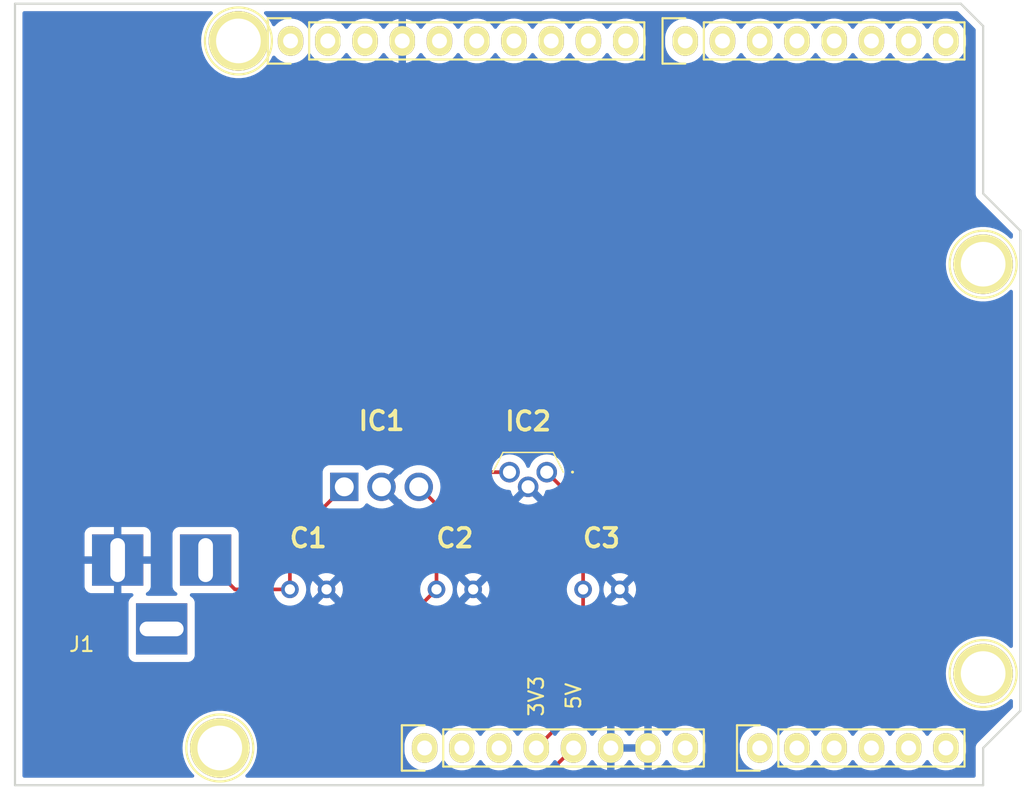
<source format=kicad_pcb>
(kicad_pcb (version 20211014) (generator pcbnew)
  (title_block (date "lun. 30 mars 2015"))
  (layers (0 "F.Cu" signal) (31 "B.Cu" signal) (34 "B.Paste" user) (35 "F.Paste" user) (36 "B.SilkS" user "B.Silkscreen") (37 "F.SilkS" user "F.Silkscreen") (38 "B.Mask" user) (39 "F.Mask" user) (44 "Edge.Cuts" user))
  (net 0 "")
  (net 1 "/IOREF")
  (net 2 "/Reset")
  (net 3 "+5V")
  (net 4 "GND")
  (net 5 "/Vin")
  (net 6 "/A0")
  (net 7 "/A1")
  (net 8 "/A2")
  (net 9 "/A3")
  (net 10 "/AREF")
  (net 11 "/A4(SDA)")
  (net 12 "/A5(SCL)")
  (net 13 "/9(**)")
  (net 14 "/8")
  (net 15 "/7")
  (net 16 "/6(**)")
  (net 17 "/5(**)")
  (net 18 "/4")
  (net 19 "/3(**)")
  (net 20 "/2")
  (net 21 "/1(Tx)")
  (net 22 "/0(Rx)")
  (net 23 "Net-(C1-Pad1)")
  (net 25 "/11(**{slash}MOSI)")
  (net 26 "/10(**{slash}SS)")
  (net 27 "/13(SCK)")
  (net 30 "+3V3")
  (net 31 "/12(MISO)")
  (footprint "Socket_Arduino_Uno:Socket_Strip_Arduino_1x08" (layer "F.Cu") (at 138.938 123.825)
    (fp_text reference "P1" hide)
    (fp_text value "Power" hide)
    (fp_line (start 19.05 1.27) (end 19.05 -1.27) (layer "F.SilkS") (width 0.15))
    (fp_line (start 1.27 1.27) (end 19.05 1.27) (layer "F.SilkS") (width 0.15))
    (fp_line (start 19.05 -1.27) (end 1.27 -1.27) (layer "F.SilkS") (width 0.15))
    (fp_line (start 0 -1.55) (end -1.55 -1.55) (layer "F.SilkS") (width 0.15))
    (fp_line (start -1.55 -1.55) (end -1.55 1.55) (layer "F.SilkS") (width 0.15))
    (fp_line (start -1.55 1.55) (end 0 1.55) (layer "F.SilkS") (width 0.15))
    (fp_line (start 1.27 1.27) (end 1.27 -1.27) (layer "F.SilkS") (width 0.15))
    (pad "1" thru_hole oval locked (at 0 0) (size 1.7272 2.032) (drill 1.016) (layers *.Cu *.Mask "F.SilkS"))
    (pad "2" thru_hole oval locked (at 2.54 0) (size 1.7272 2.032) (drill 1.016) (layers *.Cu *.Mask "F.SilkS") (net 1 "/IOREF"))
    (pad "3" thru_hole oval locked (at 5.08 0) (size 1.7272 2.032) (drill 1.016) (layers *.Cu *.Mask "F.SilkS") (net 2 "/Reset"))
    (pad "4" thru_hole oval locked (at 7.62 0) (size 1.7272 2.032) (drill 1.016) (layers *.Cu *.Mask "F.SilkS") (net 30 "+3V3"))
    (pad "5" thru_hole oval locked (at 10.16 0) (size 1.7272 2.032) (drill 1.016) (layers *.Cu *.Mask "F.SilkS") (net 3 "+5V"))
    (pad "6" thru_hole oval locked (at 12.7 0) (size 1.7272 2.032) (drill 1.016) (layers *.Cu *.Mask "F.SilkS") (net 4 "GND"))
    (pad "7" thru_hole oval locked (at 15.24 0) (size 1.7272 2.032) (drill 1.016) (layers *.Cu *.Mask "F.SilkS") (net 4 "GND"))
    (pad "8" thru_hole oval locked (at 17.78 0) (size 1.7272 2.032) (drill 1.016) (layers *.Cu *.Mask "F.SilkS") (net 5 "/Vin"))
  )
  (footprint "Socket_Arduino_Uno:Socket_Strip_Arduino_1x06" (layer "F.Cu") (at 161.798 123.825)
    (fp_text reference "P2" hide)
    (fp_text value "Analog" hide)
    (fp_line (start 1.27 1.27) (end 1.27 -1.27) (layer "F.SilkS") (width 0.15))
    (fp_line (start 0 -1.55) (end -1.55 -1.55) (layer "F.SilkS") (width 0.15))
    (fp_line (start 13.97 -1.27) (end 1.27 -1.27) (layer "F.SilkS") (width 0.15))
    (fp_line (start 1.27 1.27) (end 13.97 1.27) (layer "F.SilkS") (width 0.15))
    (fp_line (start 13.97 1.27) (end 13.97 -1.27) (layer "F.SilkS") (width 0.15))
    (fp_line (start -1.55 -1.55) (end -1.55 1.55) (layer "F.SilkS") (width 0.15))
    (fp_line (start -1.55 1.55) (end 0 1.55) (layer "F.SilkS") (width 0.15))
    (pad "1" thru_hole oval locked (at 0 0) (size 1.7272 2.032) (drill 1.016) (layers *.Cu *.Mask "F.SilkS") (net 6 "/A0"))
    (pad "2" thru_hole oval locked (at 2.54 0) (size 1.7272 2.032) (drill 1.016) (layers *.Cu *.Mask "F.SilkS") (net 7 "/A1"))
    (pad "3" thru_hole oval locked (at 5.08 0) (size 1.7272 2.032) (drill 1.016) (layers *.Cu *.Mask "F.SilkS") (net 8 "/A2"))
    (pad "4" thru_hole oval locked (at 7.62 0) (size 1.7272 2.032) (drill 1.016) (layers *.Cu *.Mask "F.SilkS") (net 9 "/A3"))
    (pad "5" thru_hole oval locked (at 10.16 0) (size 1.7272 2.032) (drill 1.016) (layers *.Cu *.Mask "F.SilkS") (net 11 "/A4(SDA)"))
    (pad "6" thru_hole oval locked (at 12.7 0) (size 1.7272 2.032) (drill 1.016) (layers *.Cu *.Mask "F.SilkS") (net 12 "/A5(SCL)"))
  )
  (footprint "Socket_Arduino_Uno:Socket_Strip_Arduino_1x10" (layer "F.Cu") (at 129.794 75.565)
    (fp_text reference "P3" hide)
    (fp_text value "Digital" hide)
    (fp_line (start -1.55 -1.55) (end -1.55 1.55) (layer "F.SilkS") (width 0.15))
    (fp_line (start 1.27 1.27) (end 24.13 1.27) (layer "F.SilkS") (width 0.15))
    (fp_line (start 24.13 1.27) (end 24.13 -1.27) (layer "F.SilkS") (width 0.15))
    (fp_line (start 24.13 -1.27) (end 1.27 -1.27) (layer "F.SilkS") (width 0.15))
    (fp_line (start 0 -1.55) (end -1.55 -1.55) (layer "F.SilkS") (width 0.15))
    (fp_line (start -1.55 1.55) (end 0 1.55) (layer "F.SilkS") (width 0.15))
    (fp_line (start 1.27 1.27) (end 1.27 -1.27) (layer "F.SilkS") (width 0.15))
    (pad "1" thru_hole oval locked (at 0 0) (size 1.7272 2.032) (drill 1.016) (layers *.Cu *.Mask "F.SilkS"))
    (pad "2" thru_hole oval locked (at 2.54 0) (size 1.7272 2.032) (drill 1.016) (layers *.Cu *.Mask "F.SilkS"))
    (pad "3" thru_hole oval locked (at 5.08 0) (size 1.7272 2.032) (drill 1.016) (layers *.Cu *.Mask "F.SilkS") (net 10 "/AREF"))
    (pad "4" thru_hole oval locked (at 7.62 0) (size 1.7272 2.032) (drill 1.016) (layers *.Cu *.Mask "F.SilkS") (net 4 "GND"))
    (pad "5" thru_hole oval locked (at 10.16 0) (size 1.7272 2.032) (drill 1.016) (layers *.Cu *.Mask "F.SilkS") (net 27 "/13(SCK)"))
    (pad "6" thru_hole oval locked (at 12.7 0) (size 1.7272 2.032) (drill 1.016) (layers *.Cu *.Mask "F.SilkS") (net 31 "/12(MISO)"))
    (pad "7" thru_hole oval locked (at 15.24 0) (size 1.7272 2.032) (drill 1.016) (layers *.Cu *.Mask "F.SilkS") (net 25 "/11(**{slash}MOSI)"))
    (pad "8" thru_hole oval locked (at 17.78 0) (size 1.7272 2.032) (drill 1.016) (layers *.Cu *.Mask "F.SilkS") (net 26 "/10(**{slash}SS)"))
    (pad "9" thru_hole oval locked (at 20.32 0) (size 1.7272 2.032) (drill 1.016) (layers *.Cu *.Mask "F.SilkS") (net 13 "/9(**)"))
    (pad "10" thru_hole oval locked (at 22.86 0) (size 1.7272 2.032) (drill 1.016) (layers *.Cu *.Mask "F.SilkS") (net 14 "/8"))
  )
  (footprint "Socket_Arduino_Uno:Socket_Strip_Arduino_1x08" (layer "F.Cu") (at 156.718 75.565)
    (fp_text reference "P4" hide)
    (fp_text value "Digital" hide)
    (fp_line (start 19.05 -1.27) (end 1.27 -1.27) (layer "F.SilkS") (width 0.15))
    (fp_line (start -1.55 1.55) (end 0 1.55) (layer "F.SilkS") (width 0.15))
    (fp_line (start 1.27 1.27) (end 19.05 1.27) (layer "F.SilkS") (width 0.15))
    (fp_line (start 1.27 1.27) (end 1.27 -1.27) (layer "F.SilkS") (width 0.15))
    (fp_line (start 0 -1.55) (end -1.55 -1.55) (layer "F.SilkS") (width 0.15))
    (fp_line (start 19.05 1.27) (end 19.05 -1.27) (layer "F.SilkS") (width 0.15))
    (fp_line (start -1.55 -1.55) (end -1.55 1.55) (layer "F.SilkS") (width 0.15))
    (pad "1" thru_hole oval locked (at 0 0) (size 1.7272 2.032) (drill 1.016) (layers *.Cu *.Mask "F.SilkS") (net 15 "/7"))
    (pad "2" thru_hole oval locked (at 2.54 0) (size 1.7272 2.032) (drill 1.016) (layers *.Cu *.Mask "F.SilkS") (net 16 "/6(**)"))
    (pad "3" thru_hole oval locked (at 5.08 0) (size 1.7272 2.032) (drill 1.016) (layers *.Cu *.Mask "F.SilkS") (net 17 "/5(**)"))
    (pad "4" thru_hole oval locked (at 7.62 0) (size 1.7272 2.032) (drill 1.016) (layers *.Cu *.Mask "F.SilkS") (net 18 "/4"))
    (pad "5" thru_hole oval locked (at 10.16 0) (size 1.7272 2.032) (drill 1.016) (layers *.Cu *.Mask "F.SilkS") (net 19 "/3(**)"))
    (pad "6" thru_hole oval locked (at 12.7 0) (size 1.7272 2.032) (drill 1.016) (layers *.Cu *.Mask "F.SilkS") (net 20 "/2"))
    (pad "7" thru_hole oval locked (at 15.24 0) (size 1.7272 2.032) (drill 1.016) (layers *.Cu *.Mask "F.SilkS") (net 21 "/1(Tx)"))
    (pad "8" thru_hole oval locked (at 17.78 0) (size 1.7272 2.032) (drill 1.016) (layers *.Cu *.Mask "F.SilkS") (net 22 "/0(Rx)"))
  )
  (footprint "Socket_Arduino_Uno:Arduino_1pin" (layer "F.Cu") (at 124.968 123.825)
    (fp_text reference "P5" hide)
    (fp_text value "CONN_01X01" hide)
    (fp_circle (center 0 0) (end 0 -2.286) (layer "F.SilkS") (width 0.15) (fill none))
    (pad "1" thru_hole circle locked (at 0 0) (size 4.064 4.064) (drill 3.048) (layers *.Cu *.Mask "F.SilkS"))
  )
  (footprint "Socket_Arduino_Uno:Arduino_1pin" (layer "F.Cu") (at 177.038 118.745)
    (fp_text reference "P6" hide)
    (fp_text value "CONN_01X01" hide)
    (fp_circle (center 0 0) (end 0 -2.286) (layer "F.SilkS") (width 0.15) (fill none))
    (pad "1" thru_hole circle locked (at 0 0) (size 4.064 4.064) (drill 3.048) (layers *.Cu *.Mask "F.SilkS"))
  )
  (footprint "Socket_Arduino_Uno:Arduino_1pin" (layer "F.Cu") (at 126.238 75.565)
    (fp_text reference "P7" hide)
    (fp_text value "CONN_01X01" hide)
    (fp_circle (center 0 0) (end 0 -2.286) (layer "F.SilkS") (width 0.15) (fill none))
    (pad "1" thru_hole circle locked (at 0 0) (size 4.064 4.064) (drill 3.048) (layers *.Cu *.Mask "F.SilkS"))
  )
  (footprint "Socket_Arduino_Uno:Arduino_1pin" (layer "F.Cu") (at 177.038 90.805)
    (fp_text reference "P8" hide)
    (fp_text value "CONN_01X01" hide)
    (fp_circle (center 0 0) (end 0 -2.286) (layer "F.SilkS") (width 0.15) (fill none))
    (pad "1" thru_hole circle locked (at 0 0) (size 4.064 4.064) (drill 3.048) (layers *.Cu *.Mask "F.SilkS"))
  )
  (footprint "ardustack-power:K105Z20Y5VF5TL2" (layer "F.Cu") (at 141 113)
    (fp_text reference "C2" (at 0 -3.5) (layer "F.SilkS") (effects (font (size 1.27 1.27) (thickness 0.254))))
    (fp_text value "K105Z20Y5VF5TL2" hide)
    (pad "1" thru_hole circle (at -1.25 0) (size 1.2 1.2) (drill 0.7) (layers *.Cu *.Mask) (net 3 "+5V"))
    (pad "2" thru_hole circle (at 1.25 0) (size 1.2 1.2) (drill 0.7) (layers *.Cu *.Mask) (net 4 "GND"))
  )
  (footprint "ardustack-power:CONSOCJ2155" (layer "F.Cu") (at 124 111)
    (fp_text reference "J1" (at -8.45 5.75 180) (layer "F.SilkS"))
    (fp_text value "CON-SOCJ-2155" hide)
    (pad "1" thru_hole rect (at 0 0) (size 3.5 3.5) (drill oval 1 3) (layers *.Cu *.Mask) (net 23 "Net-(C1-Pad1)"))
    (pad "2" thru_hole rect (at -6 0) (size 3.5 3.5) (drill oval 1 3) (layers *.Cu *.Mask) (net 4 "GND"))
    (pad "3" thru_hole rect (at -3 4.7) (size 3.5 3.5) (drill oval 3 1) (layers *.Cu *.Mask))
  )
  (footprint "ardustack-power:TO254P482X997X2018-3P" (layer "F.Cu") (at 136 106)
    (fp_text reference "IC1" (at 0 -4.5) (layer "F.SilkS") (effects (font (size 1.27 1.27) (thickness 0.254))))
    (fp_text value "MC7805CTG" hide)
    (pad "1" thru_hole rect (at -2.54 0) (size 1.935 1.935) (drill 1.29) (layers *.Cu *.Mask) (net 23 "Net-(C1-Pad1)"))
    (pad "2" thru_hole circle (at 0 0) (size 1.935 1.935) (drill 1.29) (layers *.Cu *.Mask) (net 4 "GND"))
    (pad "3" thru_hole circle (at 2.54 0) (size 1.935 1.935) (drill 1.29) (layers *.Cu *.Mask) (net 3 "+5V"))
  )
  (footprint "ardustack-power:TL431CLP" (layer "F.Cu") (at 146 105)
    (fp_text reference "IC2" (at 0 -3.475) (layer "F.SilkS") (effects (font (size 1.27 1.27) (thickness 0.254))))
    (fp_text value "LP2950-33LPRE3" hide)
    (fp_line (start -2.4 0) (end -1.715 -1.35) (layer "F.SilkS") (width 0.1))
    (fp_line (start 2.977 -0.005) (end 2.977 -0.005) (layer "F.SilkS") (width 0.1))
    (fp_line (start 1.715 -1.35) (end 2.4 0) (layer "F.SilkS") (width 0.1))
    (fp_line (start 3.079 -0.005) (end 3.079 -0.005) (layer "F.SilkS") (width 0.1))
    (fp_line (start -1.715 -1.35) (end 1.715 -1.35) (layer "F.SilkS") (width 0.1))
    (fp_arc (start 3.079 -0.005) (mid 3.028 0.046) (end 2.977 -0.005) (layer "F.SilkS") (width 0.1))
    (fp_arc (start 2.977 -0.005) (mid 3.028 -0.056) (end 3.079 -0.005) (layer "F.SilkS") (width 0.1))
    (pad "1" thru_hole circle (at 1.27 0) (size 1.4 1.4) (drill 0.9) (layers *.Cu *.Mask) (net 30 "+3V3"))
    (pad "2" thru_hole circle (at 0 1) (size 1.4 1.4) (drill 0.9) (layers *.Cu *.Mask) (net 4 "GND"))
    (pad "3" thru_hole circle (at -1.27 0) (size 1.4 1.4) (drill 0.9) (layers *.Cu *.Mask) (net 3 "+5V"))
  )
  (footprint "ardustack-power:K105Z20Y5VF5TL2" (layer "F.Cu") (at 131 113)
    (fp_text reference "C1" (at 0 -3.5) (layer "F.SilkS") (effects (font (size 1.27 1.27) (thickness 0.254))))
    (fp_text value "K105Z20Y5VF5TL2" hide)
    (pad "1" thru_hole circle (at -1.25 0) (size 1.2 1.2) (drill 0.7) (layers *.Cu *.Mask) (net 23 "Net-(C1-Pad1)"))
    (pad "2" thru_hole circle (at 1.25 0) (size 1.2 1.2) (drill 0.7) (layers *.Cu *.Mask) (net 4 "GND"))
  )
  (footprint "ardustack-power:K105Z20Y5VF5TL2" (layer "F.Cu") (at 151 113)
    (fp_text reference "C3" (at 0 -3.5) (layer "F.SilkS") (effects (font (size 1.27 1.27) (thickness 0.254))))
    (fp_text value "K105Z20Y5VF5TL2" hide)
    (pad "1" thru_hole circle (at -1.25 0) (size 1.2 1.2) (drill 0.7) (layers *.Cu *.Mask) (net 30 "+3V3"))
    (pad "2" thru_hole circle (at 1.25 0) (size 1.2 1.2) (drill 0.7) (layers *.Cu *.Mask) (net 4 "GND"))
  )
  (gr_line (start 179.578 88.519) (end 177.038 85.979) (layer "Edge.Cuts") (width 0.15))
  (gr_line (start 177.038 126.365) (end 177.038 123.825) (layer "Edge.Cuts") (width 0.15))
  (gr_line (start 177.038 74.549) (end 175.514 73.025) (layer "Edge.Cuts") (width 0.15))
  (gr_line (start 177.038 123.825) (end 179.578 121.285) (layer "Edge.Cuts") (width 0.15))
  (gr_line (start 110.998 73.025) (end 110.998 126.365) (layer "Edge.Cuts") (width 0.15))
  (gr_line (start 179.578 121.285) (end 179.578 88.519) (layer "Edge.Cuts") (width 0.15))
  (gr_line (start 110.998 126.365) (end 177.038 126.365) (layer "Edge.Cuts") (width 0.15))
  (gr_line (start 175.514 73.025) (end 110.998 73.025) (layer "Edge.Cuts") (width 0.15))
  (gr_line (start 177.038 85.979) (end 177.038 74.549) (layer "Edge.Cuts") (width 0.15))
  (gr_text "5V" (at 149.098 120.285 90) (layer "F.SilkS") (effects (font (size 1 1))))
  (gr_text "3V3" (at 146.558 120.285 90) (layer "F.SilkS") (effects (font (size 1 1))))
  (segment (start 139.75 113) (end 139.75 107.21) (width 0.25) (layer "F.Cu") (net 3))
  (segment (start 137.414 125.603) (end 137.414 115.336) (width 0.25) (layer "F.Cu") (net 3))
  (segment (start 147.32 125.603) (end 137.414 125.603) (width 0.25) (layer "F.Cu") (net 3))
  (segment (start 137.414 115.336) (end 139.75 113) (width 0.25) (layer "F.Cu") (net 3))
  (segment (start 139.75 107.21) (end 141.96 105) (width 0.25) (layer "F.Cu") (net 3))
  (segment (start 149.098 123.825) (end 147.32 125.603) (width 0.25) (layer "F.Cu") (net 3))
  (segment (start 141.96 105) (end 144.73 105) (width 0.25) (layer "F.Cu") (net 3))
  (segment (start 139.75 107.21) (end 138.54 106) (width 0.25) (layer "F.Cu") (net 3))
  (segment (start 129.75 109.71) (end 133.46 106) (width 0.25) (layer "F.Cu") (net 23))
  (segment (start 126 113) (end 124 111) (width 0.25) (layer "F.Cu") (net 23))
  (segment (start 129.75 113) (end 129.75 109.71) (width 0.25) (layer "F.Cu") (net 23))
  (segment (start 129.75 113) (end 126 113) (width 0.25) (layer "F.Cu") (net 23))
  (segment (start 149.75 113) (end 149.75 107.48) (width 0.25) (layer "F.Cu") (net 30))
  (segment (start 149.75 120.633) (end 146.558 123.825) (width 0.25) (layer "F.Cu") (net 30))
  (segment (start 149.75 107.48) (end 147.27 105) (width 0.25) (layer "F.Cu") (net 30))
  (segment (start 149.75 113) (end 149.75 120.633) (width 0.25) (layer "F.Cu") (net 30))
  (zone (net 4) (net_name "GND") (layer "B.Cu") (connect_pads (clearance 0.508)) (min_thickness 0.254) (fill yes (thermal_gap 0.508) (thermal_bridge_width 0.508))
    (polygon (pts (xy 179.832 126.619) (xy 110.744 126.619) (xy 110.744 72.771) (xy 179.832 72.771)))
  )
)
</source>
